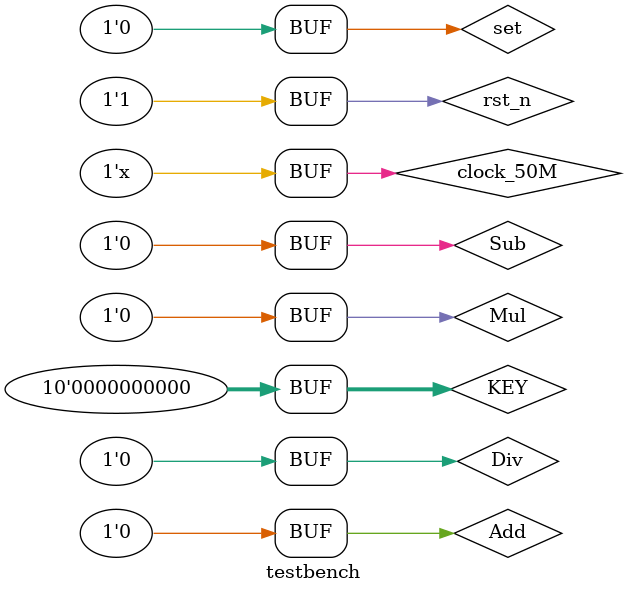
<source format=v>
`timescale 1ns/1ps
module testbench;
	reg clock_50M;
	reg rst_n;
	reg set;
	reg [9:0] KEY;
	reg Add;
	reg Sub;
	reg Mul;
	reg Div;
	wire [7:0] lcd_data;
	wire [4:0] led;

	initial begin
		clock_50M=1;
		Add=0;
		Sub=0;
		Mul=0;
		Div=0;
		rst_n=1;
		#1000
		rst_n=0;
		#1000
		rst_n=1;
		#1000 
		set=1;
		#1000;
		set=0;
		#1000
		KEY=10'b0000000001;
		#1000
		set=1;
		#500;
		set=0;
		KEY=10'b0000000000;
		#1000;
		Add=1;
		#1000;
		set=1;
		#500
		set=0;
		Add=0;
		#1000;
		KEY=10'b0000100000;
		#1000
		set=1;
		#500
		set=0;
		KEY=10'b0000000000;
		#1000
		set=1;
		#500
		set=0;
	end 

	always #10 clock_50M=~clock_50M;
	textlcd_2 textlcd_2(.rst_n      (rst_n ),
					.clk        (clock_50M),
					.set		(set),
					.KEY        (KEY),
					.Add        (Add),
					.Sub        (Sub),
					.Mul        (Mul),
					.Div        (Div),
					.lcd_rs     (lcd_rs),
					.lcd_rw     (lcd_rw),
					.lcd_en     (lcd_en),
					.lcd_p      (lcd_p),
					.lcd_n      (lcd_n),
					.lcd_data   (lcd_data),
					.led        (led));
endmodule
</source>
